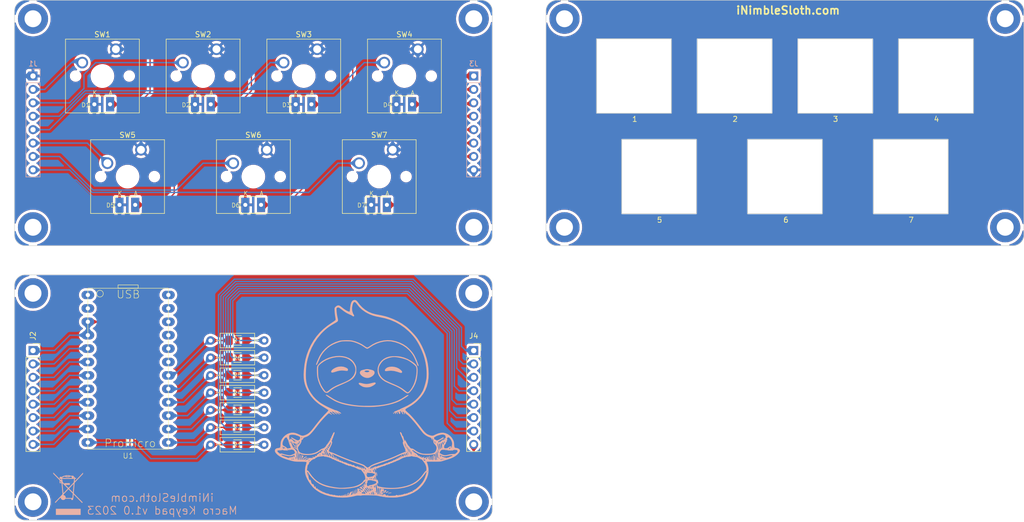
<source format=kicad_pcb>
(kicad_pcb (version 20221018) (generator pcbnew)
  (layers (0 "F.Cu" signal) (31 "B.Cu" signal) (34 "B.Paste" user) (35 "F.Paste" user) (36 "B.SilkS" user "B.Silkscreen") (37 "F.SilkS" user "F.Silkscreen") (38 "B.Mask" user) (39 "F.Mask" user) (44 "Edge.Cuts" user))
  (net 0 "")
  (net 3 "/SW1")
  (net 4 "/GND - SW and LEDs")
  (net 5 "GND")
  (net 6 "Net-(J2-Pin_7)")
  (net 7 "Net-(U1-9)")
  (net 8 "Net-(U1-10)")
  (net 15 "Net-(J2-Pin_2)")
  (net 16 "Net-(J2-Pin_3)")
  (net 17 "Net-(J2-Pin_4)")
  (net 18 "Net-(J2-Pin_5)")
  (net 19 "Net-(J2-Pin_6)")
  (net 20 "Net-(U1-16)")
  (net 21 "Net-(U1-14)")
  (net 22 "Net-(U1-15)")
  (net 23 "Net-(J4-Pin_1)")
  (net 24 "Net-(J4-Pin_2)")
  (net 25 "Net-(J4-Pin_3)")
  (net 26 "Net-(J4-Pin_4)")
  (net 27 "Net-(J4-Pin_5)")
  (net 28 "Net-(J4-Pin_6)")
  (net 29 "Net-(J2-Pin_8)")
  (net 30 "Net-(U1-A0)")
  (net 31 "Net-(U1-A1)")
  (net 32 "Net-(J4-Pin_7)")
  (net 33 "/SW2")
  (net 34 "/SW3")
  (net 35 "/SW4")
  (net 36 "/SW5")
  (net 37 "/SW6")
  (net 38 "/SW7")
  (net 39 "/LED1")
  (net 40 "/LED2")
  (net 41 "/LED3")
  (net 42 "/LED4")
  (net 43 "/LED5")
  (net 44 "/LED6")
  (net 45 "/LED7")
  (footprint "myLibrary:SW_Cherry_MX_1.00u_PCB_with SMD LED.kicad_AO" (layer "F.Cu") (at 97.79 48.26)
    (fp_text reference "SW2")
    (fp_text value "SW_CherryMX_with_SMD_LED_ao")
  )
  (footprint "MountingHole:MountingHole_3.2mm_M3_ISO7380_Pad_TopBottom" (layer "F.Cu") (at 63.063 81.989)
    (fp_text reference "REF**" hide)
    (fp_text value "MountingHole_3.2mm_M3_ISO7380_Pad_TopBottom" hide)
  )
  (footprint "myLibrary:R_Axial_DIN0207_L6.3mm_D2.5mm_P10.16mm_Horizontal" (layer "F.Cu") (at 96.66 106.684)
    (fp_text reference "R6")
    (fp_text value "1k" hide)
  )
  (footprint "MountingHole:MountingHole_3.2mm_M3_ISO7380_Pad_TopBottom" (layer "F.Cu") (at 146.463 42.489)
    (fp_text reference "REF**" hide)
    (fp_text value "MountingHole_3.2mm_M3_ISO7380_Pad_TopBottom" hide)
  )
  (footprint "myLibrary:SW_Cherry_MX_1.00u_PCB_with SMD LED.kicad_AO" (layer "F.Cu") (at 135.89 48.26)
    (fp_text reference "SW4")
    (fp_text value "SW_CherryMX_with_SMD_LED_ao")
  )
  (footprint "MountingHole:MountingHole_3.2mm_M3_ISO7380_Pad_TopBottom" (layer "F.Cu") (at 146.463 133.989)
    (fp_text reference "REF**" hide)
    (fp_text value "MountingHole_3.2mm_M3_ISO7380_Pad_TopBottom" hide)
  )
  (footprint "MountingHole:MountingHole_3.2mm_M3_ISO7380_Pad_TopBottom" (layer "F.Cu") (at 247.039 81.989)
    (fp_text reference "REF**" hide)
    (fp_text value "MountingHole_3.2mm_M3_ISO7380_Pad_TopBottom" hide)
  )
  (footprint "MountingHole:MountingHole_3.2mm_M3_ISO7380_Pad_TopBottom" (layer "F.Cu") (at 146.463 81.989)
    (fp_text reference "REF**" hide)
    (fp_text value "MountingHole_3.2mm_M3_ISO7380_Pad_TopBottom" hide)
  )
  (footprint "MountingHole:MountingHole_3.2mm_M3_ISO7380_Pad_TopBottom" (layer "F.Cu") (at 63.063 133.989)
    (fp_text reference "REF**" hide)
    (fp_text value "MountingHole_3.2mm_M3_ISO7380_Pad_TopBottom" hide)
  )
  (footprint "MountingHole:MountingHole_3.2mm_M3_ISO7380_Pad_TopBottom" (layer "F.Cu") (at 63.063 42.489)
    (fp_text reference "REF**" hide)
    (fp_text value "MountingHole_3.2mm_M3_ISO7380_Pad_TopBottom" hide)
  )
  (footprint "myLibrary:R_Axial_DIN0207_L6.3mm_D2.5mm_P10.16mm_Horizontal" (layer "F.Cu") (at 96.66 110.018)
    (fp_text reference "R5")
    (fp_text value "1k" hide)
  )
  (footprint "myLibrary:SW_Cherry_MX_1.00u_PCB_with SMD LED.kicad_AO" (layer "F.Cu") (at 78.74 48.26)
    (fp_text reference "SW1")
    (fp_text value "SW_CherryMX_with_SMD_LED_ao")
  )
  (footprint "MountingHole:MountingHole_3.2mm_M3_ISO7380_Pad_TopBottom" (layer "F.Cu") (at 163.639 42.489)
    (fp_text reference "REF**" hide)
    (fp_text value "MountingHole_3.2mm_M3_ISO7380_Pad_TopBottom" hide)
  )
  (footprint "myLibrary:SW_Cherry_MX_1.00u_PCB_with SMD LED.kicad_AO" (layer "F.Cu") (at 83.496 67.31)
    (fp_text reference "SW5")
    (fp_text value "SW_CherryMX_with_SMD_LED_ao")
  )
  (footprint "MountingHole:MountingHole_3.2mm_M3_ISO7380_Pad_TopBottom" (layer "F.Cu") (at 247.039 42.489)
    (fp_text reference "REF**" hide)
    (fp_text value "MountingHole_3.2mm_M3_ISO7380_Pad_TopBottom" hide)
  )
  (footprint "myLibrary:R_Axial_DIN0207_L6.3mm_D2.5mm_P10.16mm_Horizontal" (layer "F.Cu") (at 96.66 103.438)
    (fp_text reference "R7")
    (fp_text value "1k" hide)
  )
  (footprint "myLibrary:SW_Cherry_MX_1.00u_PCB_with SMD LED.kicad_AO" (layer "F.Cu") (at 116.84 48.26)
    (fp_text reference "SW3")
    (fp_text value "SW_CherryMX_with_SMD_LED_ao")
  )
  (footprint "myLibrary:R_Axial_DIN0207_L6.3mm_D2.5mm_P10.16mm_Horizontal" (layer "F.Cu") (at 96.66 116.598)
    (fp_text reference "R3")
    (fp_text value "1k" hide)
  )
  (footprint "MountingHole:MountingHole_3.2mm_M3_ISO7380_Pad_TopBottom" (layer "F.Cu") (at 63.063 94.489)
    (fp_text reference "REF**" hide)
    (fp_text value "MountingHole_3.2mm_M3_ISO7380_Pad_TopBottom" hide)
  )
  (footprint "Connector_PinSocket_2.54mm:PinSocket_1x08_P2.54mm_Vertical" (layer "F.Cu") (at 146.463 105.34)
    (fp_text reference "J4")
    (fp_text value "Conn_01x08_Socket")
  )
  (footprint "MountingHole:MountingHole_3.2mm_M3_ISO7380_Pad_TopBottom" (layer "F.Cu") (at 146.463 94.489)
    (fp_text reference "REF**" hide)
    (fp_text value "MountingHole_3.2mm_M3_ISO7380_Pad_TopBottom" hide)
  )
  (footprint "Connector_PinSocket_2.54mm:PinSocket_1x08_P2.54mm_Vertical" (layer "F.Cu") (at 63.063 105.34)
    (fp_text reference "J2")
    (fp_text value "Conn_01x08_Socket" hide)
  )
  (footprint "myLibrary:R_Axial_DIN0207_L6.3mm_D2.5mm_P10.16mm_Horizontal" (layer "F.Cu") (at 96.66 123.178)
    (fp_text reference "R1")
    (fp_text value "1k" hide)
  )
  (footprint "myLibrary:SW_Cherry_MX_1.00u_PCB_with SMD LED.kicad_AO" (layer "F.Cu") (at 107.308 67.31)
    (fp_text reference "SW6")
    (fp_text value "SW_CherryMX_with_SMD_LED_ao")
  )
  (footprint "MountingHole:MountingHole_3.2mm_M3_ISO7380_Pad_TopBottom" (layer "F.Cu") (at 163.639 81.989)
    (fp_text reference "REF**" hide)
    (fp_text value "MountingHole_3.2mm_M3_ISO7380_Pad_TopBottom" hide)
  )
  (footprint "myLibrary:ArduinoMicroCompatibleBoard" (layer "F.Cu") (at 81.063 126.5615)
    (fp_text reference "U1")
    (fp_text value "~" hide)
  )
  (footprint "myLibrary:SW_Cherry_MX_1.00u_PCB_with SMD LED.kicad_AO" (layer "F.Cu") (at 131.121 67.31)
    (fp_text reference "SW7")
    (fp_text value "SW_CherryMX_with_SMD_LED_ao")
  )
  (footprint "myLibrary:R_Axial_DIN0207_L6.3mm_D2.5mm_P10.16mm_Horizontal" (layer "F.Cu") (at 96.66 119.888)
    (fp_text reference "R2")
    (fp_text value "1k" hide)
  )
  (footprint "myLibrary:R_Axial_DIN0207_L6.3mm_D2.5mm_P10.16mm_Horizontal" (layer "F.Cu") (at 96.66 113.308)
    (fp_text reference "R4")
    (fp_text value "1k" hide)
  )
  (footprint "Symbol:WEEE-Logo_5.6x8mm_SilkScreen" (layer "B.Cu") (at 69.723 132.461 180)
    (fp_text reference "REF**" hide)
    (fp_text value "WEEE-Logo_5.6x8mm_SilkScreen" hide)
  )
  (footprint "LOGO" (layer "B.Cu") (at 126.365 114.427 180)
    (fp_text reference "G***" hide)
    (fp_text value "LOGO" hide)
  )
  (footprint "Connector_PinHeader_2.54mm:PinHeader_1x08_P2.54mm_Vertical" (layer "B.Cu") (at 146.463 53.34 180)
    (fp_text reference "J3")
    (fp_text value "Conn_01x08_Pin")
  )
  (footprint "Connector_PinHeader_2.54mm:PinHeader_1x08_P2.54mm_Vertical" (layer "B.Cu") (at 63.063 53.34 180)
    (fp_text reference "J1")
    (fp_text value "Conn_01x08_Pin")
  )
  (gr_arc (start 59.563 93.021) (mid 60.158159 91.584159) (end 61.595 90.989) (stroke (width 0.1)) (layer "Edge.Cuts"))
  (gr_line (start 160.139 41.021) (end 160.139 83.439) (stroke (width 0.1)) (layer "Edge.Cuts"))
  (gr_line (start 59.563 41.021) (end 59.563 83.439) (stroke (width 0.1)) (layer "Edge.Cuts"))
  (gr_arc (start 149.987 135.439) (mid 149.391841 136.875841) (end 147.955 137.471) (stroke (width 0.1)) (layer "Edge.Cuts"))
  (gr_line (start 248.531 38.989) (end 162.171 38.989) (stroke (width 0.1)) (layer "Edge.Cuts"))
  (gr_rect (start 226.863 46.289) (end 241.013 60.389) (stroke (width 0.15)) (fill none) (layer "Edge.Cuts"))
  (gr_line (start 250.563 83.439) (end 250.563 41.021) (stroke (width 0.1)) (layer "Edge.Cuts"))
  (gr_arc (start 147.955 90.989) (mid 149.391841 91.584159) (end 149.987 93.021) (stroke (width 0.1)) (layer "Edge.Cuts"))
  (gr_line (start 59.563 93.021) (end 59.563 135.439) (stroke (width 0.1)) (layer "Edge.Cuts"))
  (gr_rect (start 222.094 65.339) (end 236.244 79.439) (stroke (width 0.15)) (fill none) (layer "Edge.Cuts"))
  (gr_arc (start 248.531 38.989) (mid 249.967841 39.584159) (end 250.563 41.021) (stroke (width 0.1)) (layer "Edge.Cuts"))
  (gr_arc (start 250.563 83.439) (mid 249.967841 84.875841) (end 248.531 85.471) (stroke (width 0.1)) (layer "Edge.Cuts"))
  (gr_rect (start 188.763 46.289) (end 202.913 60.389) (stroke (width 0.15)) (fill none) (layer "Edge.Cuts"))
  (gr_line (start 61.595 85.471) (end 147.955 85.471) (stroke (width 0.1)) (layer "Edge.Cuts"))
  (gr_arc (start 61.595 137.471) (mid 60.158159 136.875841) (end 59.563 135.439) (stroke (width 0.1)) (layer "Edge.Cuts"))
  (gr_rect (start 169.713 46.289) (end 183.863 60.389) (stroke (width 0.15)) (fill none) (layer "Edge.Cuts"))
  (gr_line (start 61.595 137.471) (end 147.955 137.471) (stroke (width 0.1)) (layer "Edge.Cuts"))
  (gr_line (start 162.171 85.471) (end 248.531 85.471) (stroke (width 0.1)) (layer "Edge.Cuts"))
  (gr_arc (start 149.987 83.439) (mid 149.391841 84.87584) (end 147.955 85.471) (stroke (width 0.1)) (layer "Edge.Cuts"))
  (gr_line (start 149.987 83.439) (end 149.987 41.021) (stroke (width 0.1)) (layer "Edge.Cuts"))
  (gr_arc (start 59.563 41.021) (mid 60.158159 39.584159) (end 61.595 38.989) (stroke (width 0.1)) (layer "Edge.Cuts"))
  (gr_arc (start 147.955 38.989) (mid 149.39184 39.584159) (end 149.987 41.021) (stroke (width 0.1)) (layer "Edge.Cuts"))
  (gr_rect (start 207.813 46.289) (end 221.963 60.389) (stroke (width 0.15)) (fill none) (layer "Edge.Cuts"))
  (gr_line (start 147.955 90.989) (end 61.595 90.989) (stroke (width 0.1)) (layer "Edge.Cuts"))
  (gr_line (start 149.987 135.439) (end 149.987 93.021) (stroke (width 0.1)) (layer "Edge.Cuts"))
  (gr_rect (start 174.469 65.339) (end 188.619 79.439) (stroke (width 0.15)) (fill none) (layer "Edge.Cuts"))
  (gr_line (start 147.955 38.989) (end 61.595 38.989) (stroke (width 0.1)) (layer "Edge.Cuts"))
  (gr_arc (start 61.595 85.471) (mid 60.158159 84.875841) (end 59.563 83.439) (stroke (width 0.1)) (layer "Edge.Cuts"))
  (gr_arc (start 162.171 85.471) (mid 160.734159 84.875841) (end 160.139 83.439) (stroke (width 0.1)) (layer "Edge.Cuts"))
  (gr_arc (start 160.139 41.021) (mid 160.734159 39.584159) (end 162.171 38.989) (stroke (width 0.1)) (layer "Edge.Cuts"))
  (gr_rect (start 198.281 65.339) (end 212.431 79.439) (stroke (width 0.15)) (fill none) (layer "Edge.Cuts"))
  (gr_text "iNimbleSloth.com\nMacro Keypad v1.0 2023" (at 87.503 136.525) (layer "B.SilkS") (effects (font (size 1.5 1.5)) (justify bottom mirror)))
  (gr_text "D7" (at 124.363 78.289) (layer "F.SilkS") (effects (font (size 0.8 0.8) (thickness 0.1)) (justify left bottom)))
  (gr_text "7" (at 228.663 81.189) (layer "F.SilkS") (effects (font (size 1 1)) (justify left bottom)))
  (gr_text "5" (at 181.063 81.189) (layer "F.SilkS") (effects (font (size 1 1)) (justify left bottom)))
  (gr_text "4" (at 233.463 62.089) (layer "F.SilkS") (effects (font (size 1 1)) (justify left bottom)))
  (gr_text "D2" (at 91.163 59.289) (layer "F.SilkS") (effects (font (size 0.8 0.8) (thickness 0.1)) (justify left bottom)))
  (gr_text "2" (at 195.363 62.089) (layer "F.SilkS") (effects (font (size 1 1)) (justify left bottom)))
  (gr_text "D1" (at 72.163 59.289) (layer "F.SilkS") (effects (font (size 0.8 0.8) (thickness 0.1)) (justify left bottom)))
  (gr_text "D3" (at 110.163 59.289) (layer "F.SilkS") (effects (font (size 0.8 0.8) (thickness 0.1)) (justify left bottom)))
  (gr_text "iNimbleSloth.com" (at 195.961 41.783) (layer "F.SilkS") (effects (font (size 1.5 1.5) (thickness 0.3) bold) (justify left bottom)))
  (gr_text "D5" (at 76.863 78.289) (layer "F.SilkS") (effects (font (size 0.8 0.8) (thickness 0.1)) (justify left bottom)))
  (gr_text "6" (at 204.963 81.189) (layer "F.SilkS") (effects (font (size 1 1)) (justify left bottom)))
  (gr_text "1" (at 176.363 62.089) (layer "F.SilkS") (effects (font (size 1 1)) (justify left bottom)))
  (gr_text "D4" (at 129.263 59.289) (layer "F.SilkS") (effects (font (size 0.8 0.8) (thickness 0.1)) (justify left bottom)))
  (gr_text "D6" (at 100.563 78.289) (layer "F.SilkS") (effects (font (size 0.8 0.8) (thickness 0.1)) (justify left bottom)))
  (gr_text "3" (at 214.363 62.089) (layer "F.SilkS") (effects (font (size 1 1)) (justify left bottom)))
  (segment (start 63.063 55.88) (end 65.278 55.88) (width 0.25) (layer "B.Cu") (net 3))
  (segment (start 65.278 55.88) (end 70.358 50.8) (width 0.25) (layer "B.Cu") (net 3))
  (segment (start 70.358 50.8) (end 72.39 50.8) (width 0.25) (layer "B.Cu") (net 3))
  (segment (start 101.981 81.153) (end 125.73 81.153) (width 0.25) (layer "B.Cu") (net 4))
  (segment (start 80.391 81.153) (end 80.645 81.153) (width 0.25) (layer "B.Cu") (net 4))
  (segment (start 127.0565 80.3345) (end 127.0565 77.744) (width 0.25) (layer "B.Cu") (net 4))
  (segment (start 93.7255 60.5795) (end 92.329 61.976) (width 0.25) (layer "B.Cu") (net 4))
  (segment (start 74.6755 58.694) (end 74.6755 60.8325) (width 0.25) (layer "B.Cu") (net 4))
  (segment (start 92.329 61.976) (end 105.791 61.976) (width 0.25) (layer "B.Cu") (net 4))
  (segment (start 111.252 61.976) (end 130.048 61.976) (width 0.25) (layer "B.Cu") (net 4))
  (segment (start 61.087 73.025) (end 71.244208 73.025) (width 0.25) (layer "B.Cu") (net 4))
  (segment (start 134.62 56.261) (end 132.334 56.261) (width 0.25) (layer "B.Cu") (net 4))
  (segment (start 80.645 81.153) (end 101.981 81.153) (width 0.25) (layer "B.Cu") (net 4))
  (segment (start 79.4315 80.1935) (end 80.391 81.153) (width 0.25) (layer "B.Cu") (net 4))
  (segment (start 61.214 53.34) (end 60.579 53.975) (width 0.25) (layer "B.Cu") (net 4))
  (segment (start 146.463 71.12) (end 142.875 71.12) (width 0.25) (layer "B.Cu") (net 4))
  (segment (start 60.579 53.975) (end 60.579 72.517) (width 0.25) (layer "B.Cu") (net 4))
  (segment (start 139.827 81.153) (end 146.463 74.517) (width 0.25) (layer "B.Cu") (net 4))
  (segment (start 131.064 61.976) (end 131.8255 61.2145) (width 0.25) (layer "B.Cu") (net 4))
  (segment (start 136.398 54.483) (end 134.62 56.261) (width 0.25) (layer "B.Cu") (net 4))
  (segment (start 131.8255 61.2145) (end 131.8255 58.694) (width 0.25) (layer "B.Cu") (net 4))
  (segment (start 83.496 63.176) (end 82.296 61.976) (width 0.25) (layer "B.Cu") (net 4))
  (segment (start 139.065 67.31) (end 131.121 67.31) (width 0.25) (layer "B.Cu") (net 4))
  (segment (start 126.238 81.153) (end 127.0565 80.3345) (width 0.25) (layer "B.Cu") (net 4))
  (segment (start 103.2435 79.8905) (end 101.981 81.153) (width 0.25) (layer "B.Cu") (net 4))
  (segment (start 93.7255 58.694) (end 93.7255 60.5795) (width 0.25) (layer "B.Cu") (net 4))
  (segment (start 71.244208 73.025) (end 79.372208 81.153) (width 0.25) (layer "B.Cu") (net 4))
  (segment (start 107.308 63.493) (end 105.791 61.976) (width 0.25) (layer "B.Cu") (net 4))
  (segment (start 79.4315 77.744) (end 79.4315 80.1935) (width 0.25) (layer "B.Cu") (net 4))
  (segment (start 105.791 61.976) (end 111.252 61.976) (width 0.25) (layer "B.Cu") (net 4))
  (segment (start 74.6755 60.8325) (end 75.819 61.976) (width 0.25) (layer "B.Cu") (net 4))
  (segment (start 103.2435 77.744) (end 103.2435 79.8905) (width 0.25) (layer "B.Cu") (net 4))
  (segment (start 60.579 72.517) (end 61.087 73.025) (width 0.25) (layer "B.Cu") (net 4))
  (segment (start 78.74 48.26) (end 97.79 48.26) (width 0.25) (layer "B.Cu") (net 4))
  (segment (start 146.463 74.517) (end 146.463 71.12) (width 0.25) (layer "B.Cu") (net 4))
  (segment (start 75.819 61.976) (end 82.296 61.976) (width 0.25) (layer "B.Cu") (net 4))
  (segment (start 131.121 63.049) (end 130.048 61.976) (width 0.25) (layer "B.Cu") (net 4))
  (segment (start 83.496 67.31) (end 83.496 63.176) (width 0.25) (layer "B.Cu") (net 4))
  (segment (start 97.79 48.26) (end 116.84 48.26) (width 0.25) (layer "B.Cu") (net 4))
  (segment (start 112.7755 60.4525) (end 111.252 61.976) (width 0.25) (layer "B.Cu") (net 4))
  (segment (start 125.73 81.153) (end 126.238 81.153) (width 0.25) (layer "B.Cu") (net 4))
  (segment (start 131.8255 56.7695) (end 131.8255 58.694) (width 0.25) (layer "B.Cu") (net 4))
  (segment (start 142.875 71.12) (end 139.065 67.31) (width 0.25) (layer "B.Cu") (net 4))
  (segment (start 107.308 67.31) (end 107.308 63.493) (width 0.25) (layer "B.Cu") (net 4))
  (segment (start 135.89 50.419) (end 136.398 50.927) (width 0.25) (layer "B.Cu") (net 4))
  (segment (start 125.73 81.153) (end 139.827 81.153) (width 0.25) (layer "B.Cu") (net 4))
  (segment (start 116.84 48.26) (end 135.89 48.26) (width 0.25) (layer "B.Cu") (net 4))
  (segment (start 131.121 67.31) (end 131.121 63.049) (width 0.25) (layer "B.Cu") (net 4))
  (segment (start 82.296 61.976) (end 92.329 61.976) (width 0.25) (layer "B.Cu") (net 4))
  (segment (start 79.372208 81.153) (end 80.645 81.153) (width 0.25) (layer "B.Cu") (net 4))
  (segment (start 63.063 53.34) (end 61.214 53.34) (width 0.25) (layer "B.Cu") (net 4))
  (segment (start 136.398 50.927) (end 136.398 54.483) (width 0.25) (layer "B.Cu") (net 4))
  (segment (start 132.334 56.261) (end 131.8255 56.7695) (width 0.25) (layer "B.Cu") (net 4))
  (segment (start 135.89 48.26) (end 135.89 50.419) (width 0.25) (layer "B.Cu") (net 4))
  (segment (start 112.7755 58.694) (end 112.7755 60.4525) (width 0.25) (layer "B.Cu") (net 4))
  (segment (start 130.048 61.976) (end 131.064 61.976) (width 0.25) (layer "B.Cu") (net 4))
  (segment (start 83.439 128.143) (end 144.399 128.143) (width 0.25) (layer "F.Cu") (net 5))
  (segment (start 73.443 99.8915) (end 79.5715 99.8915) (width 0.25) (layer "F.Cu") (net 5))
  (segment (start 81.407 101.727) (end 81.407 126.111) (width 0.25) (layer "F.Cu") (net 5))
  (segment (start 79.5715 99.8915) (end 81.407 101.727) (width 0.25) (layer "F.Cu") (net 5))
  (segment (start 144.399 128.143) (end 146.463 126.079) (width 0.25) (layer "F.Cu") (net 5))
  (segment (start 146.463 126.079) (end 146.463 123.12) (width 0.25) (layer "F.Cu") (net 5))
  (segment (start 81.407 126.111) (end 83.439 128.143) (width 0.25) (layer "F.Cu") (net 5))
  (segment (start 63.063 105.34) (end 67.137 105.34) (width 0.25) (layer "B.Cu") (net 5))
  (segment (start 73.443 99.8915) (end 73.443 102.4315) (width 0.25) (layer "B.Cu") (net 5))
  (segment (start 70.0455 102.4315) (end 73.443 102.4315) (width 0.25) (layer "B.Cu") (net 5))
  (segment (start 67.137 105.34) (end 70.0455 102.4315) (width 0.25) (layer "B.Cu") (net 5))
  (segment (start 70.0305 117.6715) (end 73.443 117.6715) (width 0.25) (layer "B.Cu") (net 6))
  (segment (start 63.063 120.58) (end 67.054 120.58) (width 0.25) (layer "B.Cu") (net 6))
  (segment (start 67.054 120.58) (end 67.088 120.614) (width 0.25) (layer "B.Cu") (net 6))
  (segment (start 67.088 120.614) (end 70.0305 117.6715) (width 0.25) (layer "B.Cu") (net 6))
  (segment (start 96.66 123.178) (end 100.19 123.178) (width 0.25) (layer "F.Cu") (net 7))
  (segment (start 100.19 123.178) (end 100.21 123.158) (width 0.25) (layer "F.Cu") (net 7))
  (segment (start 82.3005 122.7515) (end 85.363 125.814) (width 0.25) (layer "B.Cu") (net 7))
  (segment (start 73.443 122.7515) (end 82.3005 122.7515) (width 0.25) (layer "B.Cu") (net 7))
  (segment (start 85.363 125.814) (end 94.024 125.814) (width 0.25) (layer "B.Cu") (net 7))
  (segment (start 94.024 125.814) (end 96.66 123.178) (width 0.25) (layer "B.Cu") (net 7))
  (segment (start 100.21 119.868) (end 100.19 119.888) (width 0.25) (layer "F.Cu") (net 8))
  (segment (start 100.19 119.888) (end 96.66 119.888) (width 0.25) (layer "F.Cu") (net 8))
  (segment (start 88.683 122.7515) (end 93.7965 122.7515) (width 0.25) (layer "B.Cu") (net 8))
  (segment (start 93.7965 122.7515) (end 96.66 119.888) (width 0.25) (layer "B.Cu") (net 8))
  (segment (start 63.063 107.88) (end 67.072 107.88) (width 0.25) (layer "B.Cu") (net 15))
  (segment (start 67.072 107.88) (end 69.9805 104.9715) (width 0.25) (layer "B.Cu") (net 15))
  (segment (start 69.9805 104.9715) (end 73.443 104.9715) (width 0.25) (layer "B.Cu") (net 15))
  (segment (start 67.032 110.42) (end 69.9405 107.5115) (width 0.25) (layer "B.Cu") (net 16))
  (segment (start 69.9405 107.5115) (end 73.443 107.5115) (width 0.25) (layer "B.Cu") (net 16))
  (segment (start 63.063 110.42) (end 67.032 110.42) (width 0.25) (layer "B.Cu") (net 16))
  (segment (start 67.092 112.96) (end 70.0005 110.0515) (width 0.25) (layer "B.Cu") (net 17))
  (segment (start 63.063 112.96) (end 67.092 112.96) (width 0.25) (layer "B.Cu") (net 17))
  (segment (start 70.0005 110.0515) (end 73.443 110.0515) (width 0.25) (layer "B.Cu") (net 17))
  (segment (start 67.102 115.5) (end 69.988 112.614) (width 0.25) (layer "B.Cu") (net 18))
  (segment (start 70.038 112.614) (end 70.0605 112.5915) (width 0.25) (layer "B.Cu") (net 18))
  (segment (start 69.988 112.614) (end 70.038 112.614) (width 0.25) (layer "B.Cu") (net 18))
  (segment (start 63.063 115.5) (end 67.102 115.5) (width 0.25) (layer "B.Cu") (net 18))
  (segment (start 70.0605 112.5915) (end 73.443 112.5915) (width 0.25) (layer "B.Cu") (net 18))
  (segment (start 69.9705 115.1315) (end 73.443 115.1315) (width 0.25) (layer "B.Cu") (net 19))
  (segment (start 67.014 118.04) (end 67.038 118.064) (width 0.25) (layer "B.Cu") (net 19))
  (segment (start 67.038 118.064) (end 69.9705 115.1315) (width 0.25) (layer "B.Cu") (net 19))
  (segment (start 63.063 118.04) (end 67.014 118.04) (width 0.25) (layer "B.Cu") (net 19))
  (segment (start 100.19 116.598) (end 100.21 116.578) (width 0.25) (layer "F.Cu") (net 20))
  (segment (start 96.66 116.598) (end 100.19 116.598) (width 0.25) (layer "F.Cu") (net 20))
  (segment (start 88.683 120.2115) (end 93.0465 120.2115) (width 0.25) (layer "B.Cu") (net 20))
  (segment (start 93.0465 120.2115) (end 96.66 116.598) (width 0.25) (layer "B.Cu") (net 20))
  (segment (start 100.19 113.308) (end 96.66 113.308) (width 0.25) (layer "F.Cu") (net 21))
  (segment (start 100.21 113.288) (end 100.19 113.308) (width 0.25) (layer "F.Cu") (net 21))
  (segment (start 88.683 117.6715) (end 92.2965 117.6715) (width 0.25) (layer "B.Cu") (net 21))
  (segment (start 92.2965 117.6715) (end 96.66 113.308) (width 0.25) (layer "B.Cu") (net 21))
  (segment (start 100.21 109.998) (end 100.19 110.018) (width 0.25) (layer "F.Cu") (net 22))
  (segment (start 100.19 110.018) (end 96.66 110.018) (width 0.25) (layer "F.Cu") (net 22))
  (segment (start 91.5465 115.1315) (end 96.66 110.018) (width 0.25) (layer "B.Cu") (net 22))
  (segment (start 88.683 115.1315) (end 91.5465 115.1315) (width 0.25) (layer "B.Cu") (net 22))
  (segment (start 103.31 123.158) (end 103.33 123.178) (width 0.25) (layer "F.Cu") (net 23))
  (segment (start 103.33 123.178) (end 106.82 123.178) (width 0.25) (layer "F.Cu") (net 23))
  (segment (start 144.964 105.34) (end 144.145 104.521) (width 0.25) (layer "B.Cu") (net 23))
  (segment (start 98.171 94.821208) (end 98.171 122.301) (width 0.25) (layer "B.Cu") (net 23))
  (segment (start 144.145 104.521) (end 144.145 100.965) (width 0.25) (layer "B.Cu") (net 23))
  (segment (start 144.145 100.965) (end 135.001 91.821) (width 0.25) (layer "B.Cu") (net 23))
  (segment (start 146.463 105.34) (end 144.964 105.34) (width 0.25) (layer "B.Cu") (net 23))
  (segment (start 98.171 122.301) (end 99.048 123.178) (width 0.25) (layer "B.Cu") (net 23))
  (segment (start 101.171208 91.821) (end 98.171 94.821208) (width 0.25) (layer "B.Cu") (net 23))
  (segment (start 135.001 91.821) (end 101.171208 91.821) (width 0.25) (layer "B.Cu") (net 23))
  (segment (start 99.048 123.178) (end 106.82 123.178) (width 0.25) (layer "B.Cu") (net 23))
  (segment (start 103.31 119.868) (end 103.33 119.888) (width 0.25) (layer "F.Cu") (net 24))
  (segment (start 103.33 119.888) (end 106.82 119.888) (width 0.25) (layer "F.Cu") (net 24))
  (segment (start 98.621 95.007604) (end 98.621 118.999) (width 0.25) (layer "B.Cu") (net 24))
  (segment (start 99.51 119.888) (end 106.82 119.888) (width 0.25) (layer "B.Cu") (net 24))
  (segment (start 134.814604 92.271) (end 101.357604 92.271) (width 0.25) (layer "B.Cu") (net 24))
  (segment (start 143.695 107.119) (end 143.695 101.151396) (width 0.25) (layer "B.Cu") (net 24))
  (segment (start 143.695 101.151396) (end 134.814604 92.271) (width 0.25) (layer "B.Cu") (net 24))
  (segment (start 101.357604 92.271) (end 98.621 95.007604) (width 0.25) (layer "B.Cu") (net 24))
  (segment (start 98.621 118.999) (end 99.51 119.888) (width 0.25) (layer "B.Cu") (net 24))
  (segment (start 144.456 107.88) (end 143.695 107.119) (width 0.25) (layer "B.Cu") (net 24))
  (segment (start 146.463 107.88) (end 144.456 107.88) (width 0.25) (layer "B.Cu") (net 24))
  (segment (start 103.31 116.578) (end 103.33 116.598) (width 0.25) (layer "F.Cu") (net 25))
  (segment (start 103.33 116.598) (end 106.82 116.598) (width 0.25) (layer "F.Cu") (net 25))
  (segment (start 143.245 101.337792) (end 134.628208 92.721) (width 0.25) (layer "B.Cu") (net 25))
  (segment (start 99.3715 116.0205) (end 99.949 116.598) (width 0.25) (layer "B.Cu") (net 25))
  (segment (start 99.071 115.72) (end 99.3715 116.0205) (width 0.25) (layer "B.Cu") (net 25))
  (segment (start 144.964 110.42) (end 143.245 108.701) (width 0.25) (layer "B.Cu") (net 25))
  (segment (start 101.544 92.721) (end 99.071 95.194) (width 0.25) (layer "B.Cu") (net 25))
  (segment (start 134.628208 92.721) (end 101.544 92.721) (width 0.25) (layer "B.Cu") (net 25))
  (segment (start 99.071 95.194) (end 99.071 115.72) (width 0.25) (layer "B.Cu") (net 25))
  (segment (start 146.463 110.42) (end 144.964 110.42) (width 0.25) (layer "B.Cu") (net 25))
  (segment (start 143.245 108.701) (end 143.245 101.337792) (width 0.25) (layer "B.Cu") (net 25))
  (segment (start 99.949 116.598) (end 106.82 116.598) (width 0.25) (layer "B.Cu") (net 25))
  (segment (start 103.33 113.308) (end 106.82 113.308) (width 0.25) (layer "F.Cu") (net 26))
  (segment (start 103.31 113.288) (end 103.33 113.308) (width 0.25) (layer "F.Cu") (net 26))
  (segment (start 106.82 113.308) (end 100.18 113.308) (width 0.25) (layer "B.Cu") (net 26))
  (segment (start 100.18 113.308) (end 99.521 112.649) (width 0.25) (layer "B.Cu") (net 26))
  (segment (start 142.795 112.061) (end 143.694 112.96) (width 0.25) (layer "B.Cu") (net 26))
  (segment (start 142.795 101.524188) (end 142.795 112.061) (width 0.25) (layer "B.Cu") (net 26))
  (segment (start 143.694 112.96) (end 146.463 112.96) (width 0.25) (layer "B.Cu") (net 26))
  (segment (start 99.521 95.380396) (end 101.727 93.174396) (width 0.25) (layer "B.Cu") (net 26))
  (segment (start 134.445208 93.174396) (end 142.795 101.524188) (width 0.25) (layer "B.Cu") (net 26))
  (segment (start 101.727 93.174396) (end 134.445208 93.174396) (width 0.25) (layer "B.Cu") (net 26))
  (segment (start 99.521 112.649) (end 99.521 95.380396) (width 0.25) (layer "B.Cu") (net 26))
  (segment (start 106.82 110.018) (end 103.33 110.018) (width 0.25) (layer "F.Cu") (net 27))
  (segment (start 103.33 110.018) (end 103.31 109.998) (width 0.25) (layer "F.Cu") (net 27))
  (segment (start 99.971 95.566792) (end 99.971 109.347) (width 0.25) (layer "B.Cu") (net 27))
  (segment (start 146.463 115.5) (end 143.186 115.5) (width 0.25) (layer "B.Cu") (net 27))
  (segment (start 142.345 101.710584) (end 134.258812 93.624396) (width 0.25) (layer "B.Cu") (net 27))
  (segment (start 100.642 110.018) (end 106.82 110.018) (width 0.25) (layer "B.Cu") (net 27))
  (segment (start 143.186 115.5) (end 142.345 114.659) (width 0.25) (layer "B.Cu") (net 27))
  (segment (start 101.913396 93.624396) (end 99.971 95.566792) (width 0.25) (layer "B.Cu") (net 27))
  (segment (start 99.971 109.347) (end 100.642 110.018) (width 0.25) (layer "B.Cu") (net 27))
  (segment (start 142.345 114.659) (end 142.345 101.710584) (width 0.25) (layer "B.Cu") (net 27))
  (segment (start 134.258812 93.624396) (end 101.913396 93.624396) (width 0.25) (layer "B.Cu") (net 27))
  (segment (start 103.31 106.664) (end 103.33 106.684) (width 0.25) (layer "F.Cu") (net 28))
  (segment (start 103.33 106.684) (end 106.82 106.684) (width 0.25) (layer "F.Cu") (net 28))
  (segment (start 100.421 95.753188) (end 102.099792 94.074396) (width 0.25) (layer "B.Cu") (net 28))
  (segment (start 100.806 106.684) (end 100.421 106.299) (width 0.25) (layer "B.Cu") (net 28))
  (segment (start 141.895 116.749) (end 143.186 118.04) (width 0.25) (layer "B.Cu") (net 28))
  (segment (start 100.421 106.299) (end 100.421 95.753188) (width 0.25) (layer "B.Cu") (net 28))
  (segment (start 143.186 118.04) (end 146.463 118.04) (width 0.25) (layer "B.Cu") (net 28))
  (segment (start 106.82 106.684) (end 100.806 106.684) (width 0.25) (layer "B.Cu") (net 28))
  (segment (start 134.072416 94.074396) (end 141.895 101.89698) (width 0.25) (layer "B.Cu") (net 28))
  (segment (start 102.099792 94.074396) (end 134.072416 94.074396) (width 0.25) (layer "B.Cu") (net 28))
  (segment (start 141.895 101.89698) (end 141.895 116.749) (width 0.25) (layer "B.Cu") (net 28))
  (segment (start 67.007 123.12) (end 69.9155 120.2115) (width 0.25) (layer "B.Cu") (net 29))
  (segment (start 63.063 123.12) (end 67.007 123.12) (width 0.25) (layer "B.Cu") (net 29))
  (segment (start 69.9155 120.2115) (end 73.443 120.2115) (width 0.25) (layer "B.Cu") (net 29))
  (segment (start 100.19 106.684) (end 100.21 106.664) (width 0.25) (layer "F.Cu") (net 30))
  (segment (start 96.66 106.684) (end 100.19 106.684) (width 0.25) (layer "F.Cu") (net 30))
  (segment (start 90.7525 112.5915) (end 96.66 106.684) (width 0.25) (layer "B.Cu") (net 30))
  (segment (start 88.683 112.5915) (end 90.7525 112.5915) (width 0.25) (layer "B.Cu") (net 30))
  (segment (start 100.21 103.418) (end 100.19 103.438) (width 0.25) (layer "F.Cu") (net 31))
  (segment (start 100.19 103.438) (end 96.66 103.438) (width 0.25) (layer "F.Cu") (net 31))
  (segment (start 96.333 103.438) (end 96.66 103.438) (width 0.25) (layer "B.Cu") (net 31))
  (segment (start 88.683 110.0515) (end 89.7195 110.0515) (width 0.25) (layer "B.Cu") (net 31))
  (segment (start 89.7195 110.0515) (end 96.333 103.438) (width 0.25) (layer "B.Cu") (net 31))
  (segment (start 103.33 103.438) (end 103.31 103.418) (width 0.25) (layer "F.Cu") (net 32))
  (segment (start 106.82 103.438) (end 103.33 103.438) (width 0.25) (layer "F.Cu") (net 32))
  (segment (start 101.566 103.438) (end 100.871 102.743) (width 0.25) (layer "B.Cu") (net 32))
  (segment (start 106.82 103.438) (end 101.566 103.438) (width 0.25) (layer "B.Cu") (net 32))
  (segment (start 133.88602 94.524396) (end 141.445 102.083376) (width 0.25) (layer "B.Cu") (net 32))
  (segment (start 100.871 95.939584) (end 102.286188 94.524396) (width 0.25) (layer "B.Cu") (net 32))
  (segment (start 142.932 120.58) (end 146.463 120.58) (width 0.25) (layer "B.Cu") (net 32))
  (segment (start 102.286188 94.524396) (end 133.88602 94.524396) (width 0.25) (layer "B.Cu") (net 32))
  (segment (start 141.445 102.083376) (end 141.445 119.093) (width 0.25) (layer "B.Cu") (net 32))
  (segment (start 141.445 119.093) (end 142.932 120.58) (width 0.25) (layer "B.Cu") (net 32))
  (segment (start 100.871 102.743) (end 100.871 95.939584) (width 0.25) (layer "B.Cu") (net 32))
  (segment (start 74.93 50.8) (end 72.706802 53.023198) (width 0.25) (layer "B.Cu") (net 33))
  (segment (start 91.44 50.8) (end 74.93 50.8) (width 0.25) (layer "B.Cu") (net 33))
  (segment (start 72.706802 55.688802) (end 69.975604 58.42) (width 0.25) (layer "B.Cu") (net 33))
  (segment (start 72.706802 53.023198) (end 72.706802 55.688802) (width 0.25) (layer "B.Cu") (net 33))
  (segment (start 69.975604 58.42) (end 63.063 58.42) (width 0.25) (layer "B.Cu") (net 33))
  (segment (start 68.072 60.96) (end 72.898 56.134) (width 0.25) (layer "B.Cu") (net 34))
  (segment (start 102.616 56.134) (end 107.95 50.8) (width 0.25) (layer "B.Cu") (net 34))
  (segment (start 63.063 60.96) (end 68.072 60.96) (width 0.25) (layer "B.Cu") (net 34))
  (segment (start 107.95 50.8) (end 110.49 50.8) (width 0.25) (layer "B.Cu") (net 34))
  (segment (start 72.898 56.134) (end 102.616 56.134) (width 0.25) (layer "B.Cu") (net 34))
  (segment (start 119.888 56.642) (end 125.73 50.8) (width 0.25) (layer "B.Cu") (net 35))
  (segment (start 66.168396 63.5) (end 73.026396 56.642) (width 0.25) (layer "B.Cu") (net 35))
  (segment (start 73.026396 56.642) (end 119.888 56.642) (width 0.25) (layer "B.Cu") (net 35))
  (segment (start 125.73 50.8) (end 129.54 50.8) (width 0.25) (layer "B.Cu") (net 35))
  (segment (start 63.063 63.5) (end 66.168396 63.5) (width 0.25) (layer "B.Cu") (net 35))
  (segment (start 73.336 66.04) (end 74.006 66.71) (width 0.25) (layer "B.Cu") (net 36))
  (segment (start 74.006 66.71) (end 77.146 69.85) (width 0.25) (layer "B.Cu") (net 36))
  (segment (start 63.063 66.04) (end 73.336 66.04) (width 0.25) (layer "B.Cu") (net 36))
  (segment (start 90.17 74.93) (end 95.25 69.85) (width 0.25) (layer "B.Cu") (net 37))
  (segment (start 68.072 68.58) (end 74.295 74.803) (width 0.25) (layer "B.Cu") (net 37))
  (segment (start 90.17 74.93) (end 75.946 74.93) (width 0.25) (layer "B.Cu") (net 37))
  (segment (start 76.073 74.93) (end 90.17 74.93) (width 0.25) (layer "B.Cu") (net 37))
  (segment (start 63.063 68.58) (end 68.072 68.58) (width 0.25) (layer "B.Cu") (net 37))
  (segment (start 95.25 69.85) (end 100.958 69.85) (width 0.25) (layer "B.Cu") (net 37))
  (segment (start 74.295 74.803) (end 74.422 74.93) (width 0.25) (layer "B.Cu") (net 37))
  (segment (start 74.422 74.93) (end 76.073 74.93) (width 0.25) (layer "B.Cu") (net 37))
  (segment (start 115.247 75.38) (end 74.235604 75.38) (width 0.25) (layer "B.Cu") (net 38))
  (segment (start 124.771 69.85) (end 120.777 69.85) (width 0.25) (layer "B.Cu") (net 38))
  (segment (start 120.777 69.85) (end 115.247 75.38) (width 0.25) (layer "B.Cu") (net 38))
  (segment (start 69.975604 71.12) (end 63.063 71.12) (width 0.25) (layer "B.Cu") (net 38))
  (segment (start 74.235604 75.38) (end 69.975604 71.12) (width 0.25) (layer "B.Cu") (net 38))
  (segment (start 144.653 53.34) (end 146.463 53.34) (width 0.25) (layer "F.Cu") (net 39))
  (segment (start 144.213302 52.900302) (end 144.653 53.34) (width 0.25) (layer "F.Cu") (net 39))
  (segment (start 141.282698 44.508698) (end 144.213302 47.439302) (width 0.25) (layer "F.Cu") (net 39))
  (segment (start 144.213302 47.439302) (end 144.213302 52.900302) (width 0.25) (layer "F.Cu") (net 39))
  (segment (start 86.936302 44.508698) (end 141.282698 44.508698) (width 0.25) (layer "F.Cu") (net 39))
  (segment (start 85.217 46.228) (end 86.936302 44.508698) (width 0.25) (layer "F.Cu") (net 39))
  (segment (start 82.697 58.694) (end 82.804 58.801) (width 0.25) (layer "F.Cu") (net 39))
  (segment (start 77.6505 58.694) (end 82.697 58.694) (width 0.25) (layer "F.Cu") (net 39))
  (segment (start 85.217 56.388) (end 85.217 46.228) (width 0.25) (layer "F.Cu") (net 39))
  (segment (start 82.804 58.801) (end 85.217 56.388) (width 0.25) (layer "F.Cu") (net 39))
  (segment (start 101.834 58.694) (end 104.394 56.134) (width 0.25) (layer "F.Cu") (net 40))
  (segment (start 143.763302 54.990302) (end 144.653 55.88) (width 0.25) (layer "F.Cu") (net 40))
  (segment (start 105.790302 44.958698) (end 141.096302 44.958698) (width 0.25) (layer "F.Cu") (net 40))
  (segment (start 144.653 55.88) (end 146.463 55.88) (width 0.25) (layer "F.Cu") (net 40))
  (segment (start 104.394 56.134) (end 104.394 46.355) (width 0.25) (layer "F.Cu") (net 40))
  (segment (start 143.763302 47.625698) (end 143.763302 54.990302) (width 0.25) (layer "F.Cu") (net 40))
  (segment (start 141.096302 44.958698) (end 143.763302 47.625698) (width 0.25) (layer "F.Cu") (net 40))
  (segment (start 104.394 46.355) (end 105.790302 44.958698) (width 0.25) (layer "F.Cu") (net 40))
  (segment (start 96.7005 58.694) (end 101.834 58.694) (width 0.25) (layer "F.Cu") (net 40))
  (segment (start 123.571 47.752) (end 123.571 56.261) (width 0.25) (layer "F.Cu") (net 41))
  (segment (start 143.313302 47.821698) (end 140.900302 45.408698) (width 0.25) (layer "F.Cu") (net 41))
  (segment (start 146.463 58.42) (end 144.907 58.42) (width 0.25) (layer "F.Cu") (net 41))
  (segment (start 140.900302 45.408698) (end 125.914302 45.408698) (width 0.25) (layer "F.Cu") (net 41))
  (segment (start 143.313302 56.826302) (end 143.313302 47.821698) (width 0.25) (layer "F.Cu") (net 41))
  (segment (start 125.914302 45.408698) (end 123.571 47.752) (width 0.25) (layer "F.Cu") (net 41))
  (segment (start 121.138 58.694) (end 115.7505 58.694) (width 0.25) (layer "F.Cu") (net 41))
  (segment (start 144.907 58.42) (end 143.313302 56.826302) (width 0.25) (layer "F.Cu") (net 41))
  (segment (start 123.571 56.261) (end 121.138 58.694) (width 0.25) (layer "F.Cu") (net 41))
  (segment (start 141.478 58.674) (end 141.458 58.694) (width 0.25) (layer "F.Cu") (net 42))
  (segment (start 144.145 60.96) (end 141.859 58.674) (width 0.25) (layer "F.Cu") (net 42))
  (segment (start 141.458 58.694) (end 134.8005 58.694) (width 0.25) (layer "F.Cu") (net 42))
  (segment (start 141.859 58.674) (end 141.478 58.674) (width 0.25) (layer "F.Cu") (net 42))
  (segment (start 146.463 60.96) (end 144.145 60.96) (width 0.25) (layer "F.Cu") (net 42))
  (segment (start 87.61 77.744) (end 89.789 75.565) (width 0.25) (layer "F.Cu") (net 43))
  (segment (start 82.4065 77.744) (end 87.61 77.744) (width 0.25) (layer "F.Cu") (net 43))
  (segment (start 89.789 75.565) (end 89.789 65.659) (width 0.25) (layer "F.Cu") (net 43))
  (segment (start 89.789 65.659) (end 91.948 63.5) (width 0.25) (layer "F.Cu") (net 43))
  (segment (start 91.948 63.5) (end 146.463 63.5) (width 0.25) (layer "F.Cu") (net 43))
  (segment (start 110.978 77.744) (end 106.2185 77.744) (width 0.25) (layer "F.Cu") (net 44))
  (segment (start 115.951 63.95) (end 113.919 65.982) (width 0.25) (layer "F.Cu") (net 44))
  (segment (start 142.055 63.95) (end 115.951 63.95) (width 0.25) (layer "F.Cu") (net 44))
  (segment (start 144.145 66.04) (end 142.055 63.95) (width 0.25) (layer "F.Cu") (net 44))
  (segment (start 146.463 66.04) (end 144.145 66.04) (width 0.25) (layer "F.Cu") (net 44))
  (segment (start 113.919 65.982) (end 113.919 74.803) (width 0.25) (layer "F.Cu") (net 44))
  (segment (start 113.919 74.803) (end 110.978 77.744) (width 0.25) (layer "F.Cu") (net 44))
  (segment (start 137.795 74.803) (end 134.854 77.744) (width 0.25) (layer "F.Cu") (net 45))
  (segment (start 134.854 77.744) (end 130.0315 77.744) (width 0.25) (layer "F.Cu") (net 45))
  (segment (start 137.795 69.723) (end 137.795 74.803) (width 0.25) (layer "F.Cu") (net 45))
  (segment (start 138.938 68.58) (end 137.795 69.723) (width 0.25) (layer "F.Cu") (net 45))
  (segment (start 146.463 68.58) (end 138.938 68.58) (width 0.25) (layer "F.Cu") (net 45))
  (zone (net 0) (net_name "") (layer "F.Cu") (priority 5) (connect_pads (clearance 0.5)) (min_thickness 0.25) (fill yes (thermal_gap 0.5) (thermal_bridge_width 0.5) (island_removal_mode 1) (island_area_min 10))
    (polygon (pts (xy 160.147 38.989) (xy 160.147 85.471) (xy 250.571 85.471) (xy 250.571 38.989)))
  )
  (zone (net 4) (net_name "/GND - SW and LEDs") (layer "F.Cu") (priority 4) (connect_pads (clearance 0.5)) (min_thickness 0.25) (fill yes (thermal_gap 0.5) (thermal_bridge_width 0.5) (island_removal_mode 1) (island_area_min 10))
    (polygon (pts (xy 59.563 90.805) (xy 59.563 137.541) (xy 149.987 137.795) (xy 149.987 91.059)))
  )
  (zone (net 4) (net_name "/GND - SW and LEDs") (layer "F.Cu") (priority 3) (connect_pads (clearance 0.5)) (min_thickness 0.25) (fill yes (thermal_gap 0.5) (thermal_bridge_width 0.5))
    (polygon (pts (xy 59.563 38.989) (xy 59.563 85.471) (xy 149.987 85.471) (xy 149.987 38.989)))
  )
  (zone (net 4) (net_name "/GND - SW and LEDs") (layer "B.Cu") (connect_pads (clearance 0.5)) (min_thickness 0.25) (fill yes (thermal_gap 0.5) (thermal_bridge_width 0.5) (island_removal_mode 1) (island_area_min 10))
    (polygon (pts (xy 59.563 38.989) (xy 59.563 85.471) (xy 149.987 85.471) (xy 149.987 38.989)))
  )
  (zone (net 4) (net_name "/GND - SW and LEDs") (layer "B.Cu") (priority 1) (connect_pads (clearance 0.5)) (min_thickness 0.25) (fill yes (thermal_gap 0.5) (thermal_bridge_width 0.5) (island_removal_mode 1) (island_area_min 10))
    (polygon (pts (xy 59.563 90.805) (xy 59.563 137.541) (xy 149.987 137.795) (xy 149.987 91.059)))
  )
  (zone (net 0) (net_name "") (layer "B.Cu") (priority 2) (connect_pads (clearance 0.5)) (min_thickness 0.25) (fill yes (thermal_gap 0.5) (thermal_bridge_width 0.5) (island_removal_mode 1) (island_area_min 10))
    (polygon (pts (xy 160.147 38.989) (xy 160.147 85.471) (xy 250.571 85.471) (xy 250.571 38.989)))
  )
)
</source>
